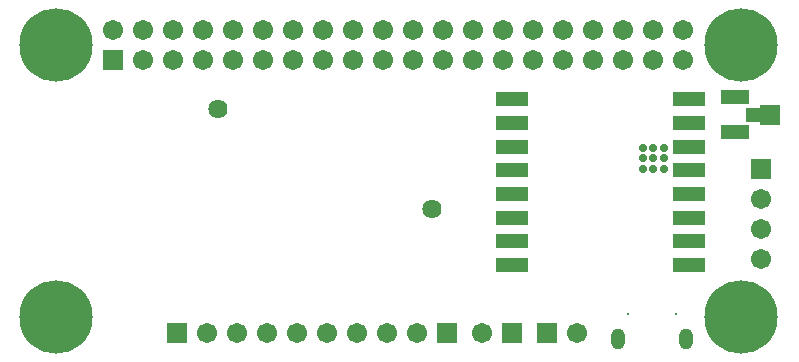
<source format=gbs>
G04 Layer_Color=16711935*
%FSAX25Y25*%
%MOIN*%
G70*
G01*
G75*
%ADD101R,0.09461X0.04934*%
%ADD102R,0.04737X0.04737*%
%ADD103C,0.06706*%
%ADD104R,0.06706X0.06706*%
%ADD105C,0.24422*%
%ADD106O,0.04737X0.07099*%
%ADD107R,0.00800X0.00800*%
%ADD108C,0.06400*%
%ADD109R,0.06706X0.06706*%
%ADD110C,0.02768*%
%ADD111R,0.10642X0.04737*%
D101*
X0347756Y0195504D02*
D03*
Y0183890D02*
D03*
D102*
X0353661Y0189697D02*
D03*
D103*
X0330598Y0218094D02*
D03*
Y0208095D02*
D03*
X0320599Y0218094D02*
D03*
Y0208095D02*
D03*
X0310598Y0218094D02*
D03*
Y0208095D02*
D03*
X0300599Y0218094D02*
D03*
Y0208095D02*
D03*
X0290599Y0218094D02*
D03*
Y0208095D02*
D03*
X0280598Y0218094D02*
D03*
Y0208095D02*
D03*
X0270599Y0218094D02*
D03*
Y0208095D02*
D03*
X0260598Y0218094D02*
D03*
Y0208095D02*
D03*
X0250599Y0218094D02*
D03*
Y0208095D02*
D03*
X0240599Y0218094D02*
D03*
Y0208095D02*
D03*
X0230598Y0218094D02*
D03*
Y0208095D02*
D03*
X0220599Y0218094D02*
D03*
Y0208095D02*
D03*
X0210598Y0218094D02*
D03*
Y0208095D02*
D03*
X0200599Y0218094D02*
D03*
Y0208095D02*
D03*
X0190598Y0218094D02*
D03*
Y0208095D02*
D03*
X0180598Y0218094D02*
D03*
Y0208095D02*
D03*
X0170598Y0218094D02*
D03*
Y0208095D02*
D03*
X0160599Y0218094D02*
D03*
Y0208095D02*
D03*
X0150599Y0218094D02*
D03*
Y0208095D02*
D03*
X0140598Y0218094D02*
D03*
X0171678Y0116862D02*
D03*
X0241693D02*
D03*
X0231693D02*
D03*
X0221693D02*
D03*
X0211693D02*
D03*
X0201693D02*
D03*
X0191693D02*
D03*
X0181693D02*
D03*
X0263347D02*
D03*
X0295158D02*
D03*
X0356417Y0141508D02*
D03*
Y0151508D02*
D03*
Y0161508D02*
D03*
D104*
X0140598Y0208095D02*
D03*
X0161678Y0116862D02*
D03*
X0251693D02*
D03*
X0273346D02*
D03*
X0285157D02*
D03*
X0359567Y0189697D02*
D03*
D105*
X0349724Y0122374D02*
D03*
Y0212925D02*
D03*
X0121378D02*
D03*
Y0122374D02*
D03*
D106*
X0308780Y0114896D02*
D03*
X0331417D02*
D03*
D107*
X0312114Y0123360D02*
D03*
X0328059D02*
D03*
D108*
X0175409Y0191675D02*
D03*
X0246772Y0158398D02*
D03*
D109*
X0356417Y0171508D02*
D03*
D110*
X0320591Y0178673D02*
D03*
X0317047D02*
D03*
Y0171587D02*
D03*
Y0175130D02*
D03*
X0324134Y0171587D02*
D03*
X0320591D02*
D03*
Y0175130D02*
D03*
X0324134D02*
D03*
Y0178673D02*
D03*
D111*
X0332402Y0139697D02*
D03*
Y0194815D02*
D03*
Y0186941D02*
D03*
Y0179067D02*
D03*
Y0171193D02*
D03*
X0332402Y0163319D02*
D03*
X0332402Y0155445D02*
D03*
Y0147571D02*
D03*
X0273346Y0186941D02*
D03*
Y0179067D02*
D03*
Y0171193D02*
D03*
Y0163319D02*
D03*
X0273346Y0155445D02*
D03*
X0273346Y0147571D02*
D03*
Y0139697D02*
D03*
X0273346Y0194815D02*
D03*
M02*

</source>
